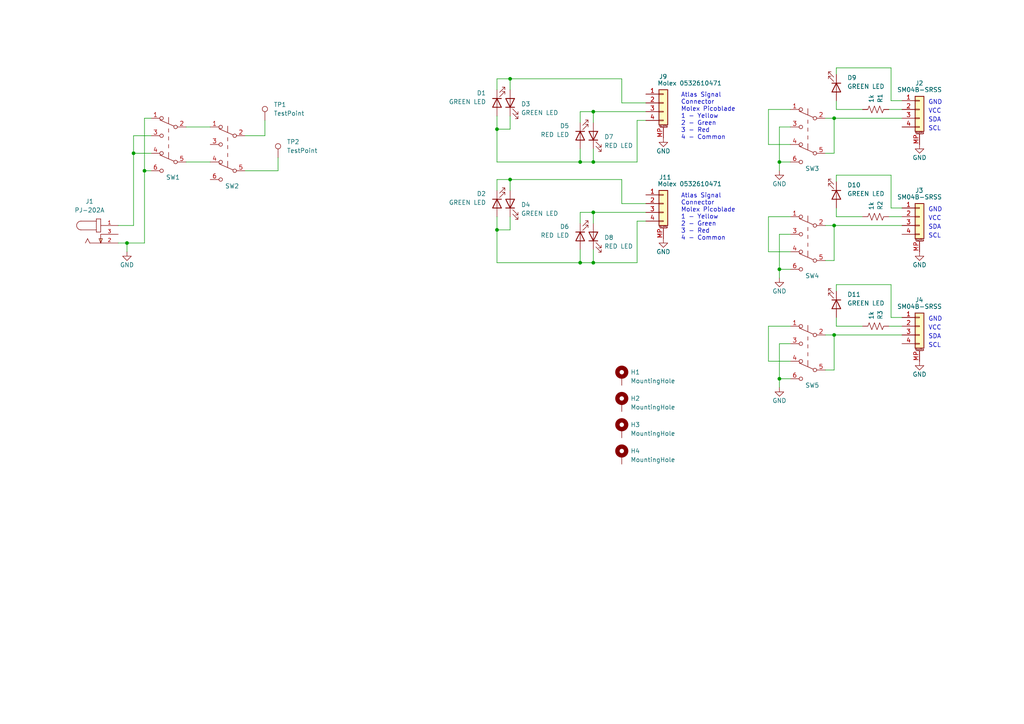
<source format=kicad_sch>
(kicad_sch (version 20211123) (generator eeschema)
  (paper "A4")
  (lib_symbols
    (symbol "Connector:TestPoint" (pin_numbers hide) (pin_names (offset 0.762) hide)
      (property "Reference" "TP" (at 0 6.858 0))
      (property "Value" "TestPoint" (at 0 5.08 0))
      (symbol "TestPoint_0_1"
        (circle (center 0 3.302) (radius 0.762))
      )
      (symbol "TestPoint_1_1"
        (pin passive line (at 0 0 90) (length 2.54) (name "1") (number "1"))
      )
    )
    (symbol "Connector_Generic_MountingPin:Conn_01x04_MountingPin" (pin_names (offset 1.016) hide)
      (property "Reference" "J" (at 0 5.08 0))
      (property "Value" "Conn_01x04_MountingPin" (at 1.27 -7.62 0))
      (symbol "Conn_01x04_MountingPin_1_1"
        (rectangle (start -1.27 -4.953) (end 0 -5.207) (stroke (width 0.1524)))
        (rectangle (start -1.27 -2.413) (end 0 -2.667) (stroke (width 0.1524)))
        (rectangle (start -1.27 0.127) (end 0 -0.127) (stroke (width 0.1524)))
        (rectangle (start -1.27 2.667) (end 0 2.413) (stroke (width 0.1524)))
        (rectangle (start -1.27 3.81) (end 1.27 -6.35) (stroke (width 0.254)) (fill (type background)))
        (polyline (pts (xy -1.016 -7.112) (xy 1.016 -7.112)) (stroke (width 0.1524)))
        (text "Mounting" (at 0 -6.731 0) (effects (font (size 0.381 0.381))))
        (pin passive line (at -5.08 2.54 0) (length 3.81) (name "Pin_1") (number "1"))
        (pin passive line (at -5.08 0 0) (length 3.81) (name "Pin_2") (number "2"))
        (pin passive line (at -5.08 -2.54 0) (length 3.81) (name "Pin_3") (number "3"))
        (pin passive line (at -5.08 -5.08 0) (length 3.81) (name "Pin_4") (number "4"))
        (pin passive line (at 0 -10.16 90) (length 3.048) (name "MountPin") (number "MP"))
      )
    )
    (symbol "Device:LED" (pin_numbers hide) (pin_names (offset 1.016) hide)
      (property "Reference" "D" (at 0 2.54 0))
      (property "Value" "LED" (at 0 -2.54 0))
      (symbol "LED_0_1"
        (polyline (pts (xy -1.27 -1.27) (xy -1.27 1.27)) (stroke (width 0.254)))
        (polyline (pts (xy -1.27 0) (xy 1.27 0)))
        (polyline (pts (xy 1.27 -1.27) (xy 1.27 1.27) (xy -1.27 0) (xy 1.27 -1.27)) (stroke (width 0.254)))
        (polyline (pts (xy -3.048 -0.762) (xy -4.572 -2.286) (xy -3.81 -2.286) (xy -4.572 -2.286) (xy -4.572 -1.524)))
        (polyline (pts (xy -1.778 -0.762) (xy -3.302 -2.286) (xy -2.54 -2.286) (xy -3.302 -2.286) (xy -3.302 -1.524)))
      )
      (symbol "LED_1_1"
        (pin passive line (at -3.81 0 0) (length 2.54) (name "K") (number "1"))
        (pin passive line (at 3.81 0 180) (length 2.54) (name "A") (number "2"))
      )
    )
    (symbol "Device:R_US" (pin_numbers hide) (pin_names (offset 0))
      (property "Reference" "R" (at 2.54 0 90))
      (property "Value" "R_US" (at -2.54 0 90))
      (symbol "R_US_0_1"
        (polyline (pts (xy 0 -2.286) (xy 0 -2.54)))
        (polyline (pts (xy 0 2.286) (xy 0 2.54)))
        (polyline (pts (xy 0 -0.762) (xy 1.016 -1.143) (xy 0 -1.524) (xy -1.016 -1.905) (xy 0 -2.286)))
        (polyline (pts (xy 0 0.762) (xy 1.016 0.381) (xy 0 0) (xy -1.016 -0.381) (xy 0 -0.762)))
        (polyline (pts (xy 0 2.286) (xy 1.016 1.905) (xy 0 1.524) (xy -1.016 1.143) (xy 0 0.762)))
      )
      (symbol "R_US_1_1"
        (pin passive line (at 0 3.81 270) (length 1.27) (name "~") (number "1"))
        (pin passive line (at 0 -3.81 90) (length 1.27) (name "~") (number "2"))
      )
    )
    (symbol "ISE_Generic:PJ-202A" (pin_names (offset 1.016) hide)
      (property "Reference" "J" (at -5.08 5.08 0))
      (property "Value" "PJ-202A" (at -5.08 -5.08 0))
      (symbol "PJ-202A_0_0"
        (arc (start -5.715 3.81) (mid -6.985 2.54) (end -5.715 1.27) (stroke (width 0.1524)))
        (polyline (pts (xy -5.715 3.81) (xy -1.27 3.81)) (stroke (width 0.1524)))
        (polyline (pts (xy -3.81 -1.27) (xy -4.445 -2.54)) (stroke (width 0.1524)))
        (polyline (pts (xy -3.175 -2.54) (xy -3.81 -1.27)) (stroke (width 0.1524)))
        (polyline (pts (xy -1.27 0.635) (xy 0 0.635)) (stroke (width 0.1524)))
        (polyline (pts (xy -1.27 1.27) (xy -5.715 1.27)) (stroke (width 0.1524)))
        (polyline (pts (xy -1.27 1.27) (xy -1.27 0.635)) (stroke (width 0.1524)))
        (polyline (pts (xy -1.27 3.81) (xy -1.27 1.27)) (stroke (width 0.1524)))
        (polyline (pts (xy -1.27 4.445) (xy -1.27 3.81)) (stroke (width 0.1524)))
        (polyline (pts (xy 0 -2.54) (xy -3.175 -2.54)) (stroke (width 0.1524)))
        (polyline (pts (xy 0 0) (xy 0 -2.54)) (stroke (width 0.1524)))
        (polyline (pts (xy 0 0.635) (xy 0 4.445)) (stroke (width 0.1524)))
        (polyline (pts (xy 0 4.445) (xy -1.27 4.445)) (stroke (width 0.1524)))
        (polyline (pts (xy 0 -2.54) (xy -0.508 -1.27) (xy 0.508 -1.27) (xy 0 -2.54)) (stroke (width 0.1524)) (fill (type background)))
        (pin passive line (at 5.08 2.54 180) (length 5.08) (name "~") (number "1"))
        (pin passive line (at 5.08 -2.54 180) (length 5.08) (name "~") (number "2"))
        (pin passive line (at 5.08 0 180) (length 5.08) (name "~") (number "3"))
      )
    )
    (symbol "Mechanical:MountingHole_Pad" (pin_numbers hide) (pin_names (offset 1.016) hide)
      (property "Reference" "H" (at 0 6.35 0))
      (property "Value" "MountingHole_Pad" (at 0 4.445 0))
      (symbol "MountingHole_Pad_0_1"
        (circle (center 0 1.27) (radius 1.27) (stroke (width 1.27)))
      )
      (symbol "MountingHole_Pad_1_1"
        (pin input line (at 0 -2.54 90) (length 2.54) (name "1") (number "1"))
      )
    )
    (symbol "Switch:SW_Push_DPDT" (pin_names (offset 0) hide)
      (property "Reference" "SW" (at 0 8.89 0))
      (property "Value" "SW_Push_DPDT" (at 0 -10.16 0))
      (symbol "SW_Push_DPDT_0_0"
        (circle (center -2.032 -5.08) (radius 0.508))
        (circle (center -2.032 5.08) (radius 0.508))
        (circle (center 2.032 -7.62) (radius 0.508))
        (circle (center 2.032 2.54) (radius 0.508))
      )
      (symbol "SW_Push_DPDT_0_1"
        (polyline (pts (xy -1.524 -4.826) (xy 2.54 -3.048)))
        (polyline (pts (xy -1.524 5.334) (xy 2.54 7.112)))
        (polyline (pts (xy 0 -2.286) (xy 0 -4.064)))
        (polyline (pts (xy 0 -1.016) (xy 0 0)))
        (polyline (pts (xy 0 1.27) (xy 0 2.286)))
        (polyline (pts (xy 0 3.556) (xy 0 4.572)))
        (polyline (pts (xy 0 7.874) (xy 0 6.096)))
        (circle (center 2.032 -2.54) (radius 0.508))
        (circle (center 2.032 7.62) (radius 0.508))
      )
      (symbol "SW_Push_DPDT_1_1"
        (pin passive line (at 5.08 7.62 180) (length 2.54) (name "A") (number "1"))
        (pin passive line (at -5.08 5.08 0) (length 2.54) (name "B") (number "2"))
        (pin passive line (at 5.08 2.54 180) (length 2.54) (name "C") (number "3"))
        (pin passive line (at 5.08 -2.54 180) (length 2.54) (name "A") (number "4"))
        (pin passive line (at -5.08 -5.08 0) (length 2.54) (name "B") (number "5"))
        (pin passive line (at 5.08 -7.62 180) (length 2.54) (name "C") (number "6"))
      )
    )
    (symbol "power:GND" (power) (pin_names (offset 0))
      (property "Value" "GND" (at 0 -3.81 0))
      (symbol "GND_0_1"
        (polyline (pts (xy 0 0) (xy 0 -1.27) (xy 1.27 -1.27) (xy 0 -2.54) (xy -1.27 -1.27) (xy 0 -1.27)))
      )
      (symbol "GND_1_1"
        (pin power_in line (at 0 0 270) (length 0) hide (name "GND") (number "1"))
      )
    )
  )
  (junction (at 41.91 49.53))
  (junction (at 144.145 66.675))
  (junction (at 168.275 76.2))
  (junction (at 38.735 44.45))
  (junction (at 241.935 97.155))
  (junction (at 226.06 46.99))
  (junction (at 226.06 109.855))
  (junction (at 241.935 34.29))
  (junction (at 172.085 46.99))
  (junction (at 172.085 76.2))
  (junction (at 172.085 61.595))
  (junction (at 168.275 46.99))
  (junction (at 144.145 37.465))
  (junction (at 172.085 32.385))
  (junction (at 241.935 65.405))
  (junction (at 36.83 70.485))
  (junction (at 147.955 22.86))
  (junction (at 226.06 78.105))
  (junction (at 147.955 52.07))
  (wire (pts (xy 239.395 34.29) (xy 241.935 34.29)))
  (wire (pts (xy 239.395 97.155) (xy 241.935 97.155)))
  (wire (pts (xy 257.81 62.865) (xy 261.62 62.865)))
  (wire (pts (xy 241.935 75.565) (xy 241.935 65.405)))
  (wire (pts (xy 257.81 94.615) (xy 261.62 94.615)))
  (wire (pts (xy 76.835 34.925) (xy 76.835 39.37)))
  (wire (pts (xy 60.96 46.99) (xy 53.975 46.99)))
  (wire (pts (xy 261.62 29.21) (xy 258.445 29.21)))
  (wire (pts (xy 144.145 62.865) (xy 144.145 66.675)))
  (wire (pts (xy 242.57 50.8) (xy 242.57 52.705)))
  (wire (pts (xy 229.235 99.695) (xy 226.06 99.695)))
  (wire (pts (xy 226.06 99.695) (xy 226.06 109.855)))
  (wire (pts (xy 147.955 33.655) (xy 147.955 37.465)))
  (wire (pts (xy 41.91 49.53) (xy 43.815 49.53)))
  (wire (pts (xy 144.145 26.035) (xy 144.145 22.86)))
  (wire (pts (xy 184.785 46.99) (xy 172.085 46.99)))
  (wire (pts (xy 241.935 44.45) (xy 241.935 34.29)))
  (wire (pts (xy 229.235 41.91) (xy 222.885 41.91)))
  (wire (pts (xy 172.085 35.56) (xy 172.085 32.385)))
  (wire (pts (xy 180.34 29.845) (xy 187.325 29.845)))
  (wire (pts (xy 38.735 44.45) (xy 38.735 65.405)))
  (wire (pts (xy 172.085 64.77) (xy 172.085 61.595)))
  (wire (pts (xy 242.57 92.075) (xy 242.57 94.615)))
  (wire (pts (xy 242.57 82.55) (xy 242.57 84.455)))
  (wire (pts (xy 226.06 109.855) (xy 226.06 112.395)))
  (wire (pts (xy 226.06 67.945) (xy 226.06 78.105)))
  (wire (pts (xy 147.955 52.07) (xy 180.34 52.07)))
  (wire (pts (xy 229.235 36.83) (xy 226.06 36.83)))
  (wire (pts (xy 226.06 46.99) (xy 226.06 49.53)))
  (wire (pts (xy 144.145 66.675) (xy 144.145 76.2)))
  (wire (pts (xy 241.935 34.29) (xy 261.62 34.29)))
  (wire (pts (xy 168.275 64.77) (xy 168.275 61.595)))
  (wire (pts (xy 180.34 59.055) (xy 187.325 59.055)))
  (wire (pts (xy 242.57 31.75) (xy 250.19 31.75)))
  (wire (pts (xy 229.235 109.855) (xy 226.06 109.855)))
  (wire (pts (xy 239.395 44.45) (xy 241.935 44.45)))
  (wire (pts (xy 172.085 76.2) (xy 168.275 76.2)))
  (wire (pts (xy 258.445 19.685) (xy 242.57 19.685)))
  (wire (pts (xy 258.445 50.8) (xy 242.57 50.8)))
  (wire (pts (xy 172.085 46.99) (xy 168.275 46.99)))
  (wire (pts (xy 38.735 65.405) (xy 34.29 65.405)))
  (wire (pts (xy 222.885 41.91) (xy 222.885 31.75)))
  (wire (pts (xy 184.785 34.925) (xy 184.785 46.99)))
  (wire (pts (xy 187.325 34.925) (xy 184.785 34.925)))
  (wire (pts (xy 229.235 46.99) (xy 226.06 46.99)))
  (wire (pts (xy 147.955 62.865) (xy 147.955 66.675)))
  (wire (pts (xy 222.885 104.775) (xy 229.235 104.775)))
  (wire (pts (xy 172.085 43.18) (xy 172.085 46.99)))
  (wire (pts (xy 241.935 97.155) (xy 261.62 97.155)))
  (wire (pts (xy 168.275 32.385) (xy 172.085 32.385)))
  (wire (pts (xy 147.955 37.465) (xy 144.145 37.465)))
  (wire (pts (xy 239.395 107.315) (xy 241.935 107.315)))
  (wire (pts (xy 168.275 46.99) (xy 144.145 46.99)))
  (wire (pts (xy 60.96 36.83) (xy 53.975 36.83)))
  (wire (pts (xy 41.91 70.485) (xy 41.91 49.53)))
  (wire (pts (xy 242.57 60.325) (xy 242.57 62.865)))
  (wire (pts (xy 71.12 49.53) (xy 80.645 49.53)))
  (wire (pts (xy 187.325 64.135) (xy 184.785 64.135)))
  (wire (pts (xy 172.085 61.595) (xy 187.325 61.595)))
  (wire (pts (xy 168.275 76.2) (xy 144.145 76.2)))
  (wire (pts (xy 38.735 44.45) (xy 43.815 44.45)))
  (wire (pts (xy 41.91 49.53) (xy 41.91 34.29)))
  (wire (pts (xy 184.785 64.135) (xy 184.785 76.2)))
  (wire (pts (xy 180.34 52.07) (xy 180.34 59.055)))
  (wire (pts (xy 258.445 60.325) (xy 258.445 50.8)))
  (wire (pts (xy 172.085 32.385) (xy 187.325 32.385)))
  (wire (pts (xy 258.445 82.55) (xy 242.57 82.55)))
  (wire (pts (xy 168.275 43.18) (xy 168.275 46.99)))
  (wire (pts (xy 229.235 94.615) (xy 222.885 94.615)))
  (wire (pts (xy 222.885 73.025) (xy 222.885 62.865)))
  (wire (pts (xy 241.935 65.405) (xy 261.62 65.405)))
  (wire (pts (xy 257.81 31.75) (xy 261.62 31.75)))
  (wire (pts (xy 226.06 36.83) (xy 226.06 46.99)))
  (wire (pts (xy 144.145 33.655) (xy 144.145 37.465)))
  (wire (pts (xy 222.885 94.615) (xy 222.885 104.775)))
  (wire (pts (xy 261.62 60.325) (xy 258.445 60.325)))
  (wire (pts (xy 172.085 72.39) (xy 172.085 76.2)))
  (wire (pts (xy 36.83 70.485) (xy 41.91 70.485)))
  (wire (pts (xy 43.815 39.37) (xy 38.735 39.37)))
  (wire (pts (xy 76.835 39.37) (xy 71.12 39.37)))
  (wire (pts (xy 242.57 29.21) (xy 242.57 31.75)))
  (wire (pts (xy 241.935 107.315) (xy 241.935 97.155)))
  (wire (pts (xy 222.885 31.75) (xy 229.235 31.75)))
  (wire (pts (xy 147.955 66.675) (xy 144.145 66.675)))
  (wire (pts (xy 229.235 73.025) (xy 222.885 73.025)))
  (wire (pts (xy 147.955 22.86) (xy 180.34 22.86)))
  (wire (pts (xy 184.785 76.2) (xy 172.085 76.2)))
  (wire (pts (xy 41.91 34.29) (xy 43.815 34.29)))
  (wire (pts (xy 229.235 78.105) (xy 226.06 78.105)))
  (wire (pts (xy 242.57 94.615) (xy 250.19 94.615)))
  (wire (pts (xy 222.885 62.865) (xy 229.235 62.865)))
  (wire (pts (xy 147.955 22.86) (xy 147.955 26.035)))
  (wire (pts (xy 242.57 19.685) (xy 242.57 21.59)))
  (wire (pts (xy 36.83 73.025) (xy 36.83 70.485)))
  (wire (pts (xy 168.275 72.39) (xy 168.275 76.2)))
  (wire (pts (xy 144.145 52.07) (xy 147.955 52.07)))
  (wire (pts (xy 144.145 37.465) (xy 144.145 46.99)))
  (wire (pts (xy 180.34 22.86) (xy 180.34 29.845)))
  (wire (pts (xy 258.445 92.075) (xy 258.445 82.55)))
  (wire (pts (xy 168.275 35.56) (xy 168.275 32.385)))
  (wire (pts (xy 261.62 92.075) (xy 258.445 92.075)))
  (wire (pts (xy 258.445 29.21) (xy 258.445 19.685)))
  (wire (pts (xy 144.145 55.245) (xy 144.145 52.07)))
  (wire (pts (xy 80.645 45.72) (xy 80.645 49.53)))
  (wire (pts (xy 226.06 78.105) (xy 226.06 80.645)))
  (wire (pts (xy 242.57 62.865) (xy 250.19 62.865)))
  (wire (pts (xy 239.395 75.565) (xy 241.935 75.565)))
  (wire (pts (xy 147.955 52.07) (xy 147.955 55.245)))
  (wire (pts (xy 144.145 22.86) (xy 147.955 22.86)))
  (wire (pts (xy 239.395 65.405) (xy 241.935 65.405)))
  (wire (pts (xy 38.735 39.37) (xy 38.735 44.45)))
  (wire (pts (xy 229.235 67.945) (xy 226.06 67.945)))
  (wire (pts (xy 168.275 61.595) (xy 172.085 61.595)))
  (wire (pts (xy 36.83 70.485) (xy 34.29 70.485)))
  (text "SDA" (at 269.24 98.425 0) (effects (font (size 1.27 1.27)) (justify left bottom)))
  (text "GND" (at 269.24 61.595 0) (effects (font (size 1.27 1.27)) (justify left bottom)))
  (text "VCC" (at 269.24 95.885 0) (effects (font (size 1.27 1.27)) (justify left bottom)))
  (text "GND" (at 269.24 93.345 0) (effects (font (size 1.27 1.27)) (justify left bottom)))
  (text "SCL" (at 269.24 38.1 0) (effects (font (size 1.27 1.27)) (justify left bottom)))
  (text "SCL" (at 269.24 69.215 0) (effects (font (size 1.27 1.27)) (justify left bottom)))
  (text "SCL" (at 269.24 100.965 0) (effects (font (size 1.27 1.27)) (justify left bottom)))
  (text "Atlas Signal\nConnector\nMolex Picoblade\n1 - Yellow\n2 - Green\n3 - Red\n4 - Common" (at 197.485 40.64 0) (effects (font (size 1.27 1.27)) (justify left bottom)))
  (text "VCC" (at 269.24 33.02 0) (effects (font (size 1.27 1.27)) (justify left bottom)))
  (text "VCC" (at 269.24 64.135 0) (effects (font (size 1.27 1.27)) (justify left bottom)))
  (text "Atlas Signal\nConnector\nMolex Picoblade\n1 - Yellow\n2 - Green\n3 - Red\n4 - Common" (at 197.485 69.85 0) (effects (font (size 1.27 1.27)) (justify left bottom)))
  (text "SDA" (at 269.24 66.675 0) (effects (font (size 1.27 1.27)) (justify left bottom)))
  (text "SDA" (at 269.24 35.56 0) (effects (font (size 1.27 1.27)) (justify left bottom)))
  (text "GND" (at 269.24 30.48 0) (effects (font (size 1.27 1.27)) (justify left bottom)))
  (symbol (lib_id "Connector:TestPoint") (at 80.645 45.72 0) (unit 1)
    (property "Reference" "TP2" (at 83.185 41.1479 0) (effects (justify left)))
    (property "Value" "TestPoint" (at 83.185 43.6879 0) (effects (justify left)))
    (property "Footprint" "Connector_PinHeader_2.54mm:PinHeader_1x01_P2.54mm_Vertical" (effects hide))
  )
  (symbol (lib_id "Device:LED") (at 168.275 39.37 90) (mirror x) (unit 1)
    (property "Reference" "D5" (at 165.1 36.5124 90) (effects (justify left)))
    (property "Value" "RED LED" (at 165.1 39.0524 90) (effects (justify left)))
    (property "Footprint" "LED_SMD:LED_0805_2012Metric" (effects hide))
  )
  (symbol (lib_id "Device:LED") (at 242.57 56.515 270) (unit 1)
    (property "Reference" "D10" (at 245.745 53.6574 90) (effects (justify left)))
    (property "Value" "GREEN LED" (at 245.745 56.1974 90) (effects (justify left)))
    (property "Footprint" "LED_SMD:LED_0805_2012Metric" (effects hide))
  )
  (symbol (lib_id "Device:LED") (at 168.275 68.58 90) (mirror x) (unit 1)
    (property "Reference" "D6" (at 165.1 65.7224 90) (effects (justify left)))
    (property "Value" "RED LED" (at 165.1 68.2624 90) (effects (justify left)))
    (property "Footprint" "LED_SMD:LED_0805_2012Metric" (effects hide))
  )
  (symbol (lib_id "power:GND") (at 226.06 112.395 0) (unit 1)
    (property "Reference" "#PWR06" (effects hide))
    (property "Value" "GND" (at 226.06 116.205 0))
  )
  (symbol (lib_id "Switch:SW_Push_DPDT") (at 234.315 70.485 0) (mirror y) (unit 1)
    (property "Reference" "SW4" (at 235.585 80.01 0))
    (property "Value" "JS202011SCQN" (effects hide))
    (property "Footprint" "ISE_UltraLibrarian:SW_JS202011SCQN" (effects hide))
  )
  (symbol (lib_id "Mechanical:MountingHole_Pad") (at 180.34 124.46 0) (unit 1)
    (property "Reference" "H3" (at 182.88 123.1899 0) (effects (justify left)))
    (property "Value" "MountingHole" (at 182.88 125.7299 0) (effects (justify left)))
    (property "Footprint" "MountingHole:MountingHole_3.2mm_M3_Pad" (effects hide))
  )
  (symbol (lib_id "Connector_Generic_MountingPin:Conn_01x04_MountingPin") (at 266.7 62.865 0) (unit 1)
    (property "Reference" "J3" (at 265.43 55.245 0) (effects (justify left)))
    (property "Value" "SM04B-SRSS" (at 266.7 57.15 0))
    (property "Footprint" "Connector_JST:JST_SH_SM04B-SRSS-TB_1x04-1MP_P1.00mm_Horizontal" (effects hide))
  )
  (symbol (lib_id "Switch:SW_Push_DPDT") (at 48.895 41.91 0) (mirror y) (unit 1)
    (property "Reference" "SW1" (at 50.165 51.435 0))
    (property "Value" "JS202011SCQN" (effects hide))
    (property "Footprint" "ISE_UltraLibrarian:SW_JS202011SCQN" (effects hide))
  )
  (symbol (lib_id "Connector:TestPoint") (at 76.835 34.925 0) (unit 1)
    (property "Reference" "TP1" (at 79.375 30.3529 0) (effects (justify left)))
    (property "Value" "TestPoint" (at 79.375 32.8929 0) (effects (justify left)))
    (property "Footprint" "Connector_PinHeader_2.54mm:PinHeader_1x01_P2.54mm_Vertical" (effects hide))
  )
  (symbol (lib_id "power:GND") (at 266.7 73.025 0) (unit 1)
    (property "Reference" "#PWR?" (effects hide))
    (property "Value" "GND" (at 266.7 76.835 0))
  )
  (symbol (lib_id "ISE_Generic:PJ-202A") (at 29.21 67.945 0) (unit 1)
    (property "Reference" "J1" (at 25.9715 58.42 0))
    (property "Value" "PJ-202A" (at 25.9715 60.96 0))
    (property "Footprint" "ISE_Generic:CUI_PJ-202A" (effects hide))
    (property "MF" "CUI Devices" (effects hide))
    (property "DESCRIPTION" "2.0 x 6.5 mm, 2.5 A, Horizontal, Through Hole, Kinked Pins, Dc Power Jack Connector" (effects hide))
    (property "PACKAGE" "None" (effects hide))
    (property "PRICE" "None" (effects hide))
    (property "CUI_PURCHASE_URL" "https://www.cuidevices.com/product/interconnect/connectors/dc-power-connectors/jacks/pj-202a?utm_source=snapeda.com&utm_medium=referral&utm_campaign=snapedaBOM" (effects hide))
    (property "MP" "PJ-202A" (effects hide))
    (property "AVAILABILITY" "In Stock" (effects hide))
    (property "PURCHASE-URL" "https://pricing.snapeda.com/search/part/PJ-202A/?ref=eda" (effects hide))
  )
  (symbol (lib_id "power:GND") (at 226.06 49.53 0) (unit 1)
    (property "Reference" "#PWR04" (effects hide))
    (property "Value" "GND" (at 226.06 53.34 0))
  )
  (symbol (lib_id "Switch:SW_Push_DPDT") (at 234.315 39.37 0) (mirror y) (unit 1)
    (property "Reference" "SW3" (at 235.585 48.895 0))
    (property "Value" "JS202011SCQN" (effects hide))
    (property "Footprint" "ISE_UltraLibrarian:SW_JS202011SCQN" (effects hide))
  )
  (symbol (lib_id "Device:LED") (at 144.145 59.055 90) (mirror x) (unit 1)
    (property "Reference" "D2" (at 140.97 56.1974 90) (effects (justify left)))
    (property "Value" "GREEN LED" (at 140.97 58.7374 90) (effects (justify left)))
    (property "Footprint" "LED_SMD:LED_0805_2012Metric" (effects hide))
  )
  (symbol (lib_id "power:GND") (at 266.7 41.91 0) (unit 1)
    (property "Reference" "#PWR?" (effects hide))
    (property "Value" "GND" (at 266.7 45.72 0))
  )
  (symbol (lib_id "power:GND") (at 36.83 73.025 0) (unit 1)
    (property "Reference" "#PWR01" (effects hide))
    (property "Value" "GND" (at 36.83 76.835 0))
  )
  (symbol (lib_id "Device:LED") (at 172.085 68.58 90) (unit 1)
    (property "Reference" "D8" (at 175.26 68.8974 90) (effects (justify right)))
    (property "Value" "RED LED" (at 175.26 71.4374 90) (effects (justify right)))
    (property "Footprint" "LED_SMD:LED_0805_2012Metric" (effects hide))
  )
  (symbol (lib_id "Device:LED") (at 147.955 29.845 90) (unit 1)
    (property "Reference" "D3" (at 151.13 30.1624 90) (effects (justify right)))
    (property "Value" "GREEN LED" (at 151.13 32.7024 90) (effects (justify right)))
    (property "Footprint" "LED_SMD:LED_0805_2012Metric" (effects hide))
  )
  (symbol (lib_id "power:GND") (at 226.06 80.645 0) (unit 1)
    (property "Reference" "#PWR05" (effects hide))
    (property "Value" "GND" (at 226.06 84.455 0))
  )
  (symbol (lib_id "Device:LED") (at 147.955 59.055 90) (unit 1)
    (property "Reference" "D4" (at 151.13 59.3724 90) (effects (justify right)))
    (property "Value" "GREEN LED" (at 151.13 61.9124 90) (effects (justify right)))
    (property "Footprint" "LED_SMD:LED_0805_2012Metric" (effects hide))
  )
  (symbol (lib_id "Device:R_US") (at 254 31.75 90) (unit 1)
    (property "Reference" "R1" (at 255.27 29.845 0) (effects (justify left)))
    (property "Value" "1k" (at 252.73 29.845 0) (effects (justify left)))
    (property "Footprint" "Resistor_SMD:R_0805_2012Metric" (effects hide))
  )
  (symbol (lib_id "Device:R_US") (at 254 62.865 90) (unit 1)
    (property "Reference" "R2" (at 255.27 60.96 0) (effects (justify left)))
    (property "Value" "1k" (at 252.73 60.96 0) (effects (justify left)))
    (property "Footprint" "Resistor_SMD:R_0805_2012Metric" (effects hide))
  )
  (symbol (lib_id "Device:LED") (at 242.57 88.265 270) (unit 1)
    (property "Reference" "D11" (at 245.745 85.4074 90) (effects (justify left)))
    (property "Value" "GREEN LED" (at 245.745 87.9474 90) (effects (justify left)))
    (property "Footprint" "LED_SMD:LED_0805_2012Metric" (effects hide))
  )
  (symbol (lib_id "power:GND") (at 192.405 40.005 0) (unit 1)
    (property "Reference" "#PWR02" (effects hide))
    (property "Value" "GND" (at 192.405 43.815 0))
  )
  (symbol (lib_id "Connector_Generic_MountingPin:Conn_01x04_MountingPin") (at 266.7 94.615 0) (unit 1)
    (property "Reference" "J4" (at 265.43 86.995 0) (effects (justify left)))
    (property "Value" "SM04B-SRSS" (at 266.7 88.9 0))
    (property "Footprint" "Connector_JST:JST_SH_SM04B-SRSS-TB_1x04-1MP_P1.00mm_Horizontal" (effects hide))
  )
  (symbol (lib_id "Switch:SW_Push_DPDT") (at 66.04 44.45 0) (mirror y) (unit 1)
    (property "Reference" "SW2" (at 67.31 53.975 0))
    (property "Value" "JS202011SCQN" (effects hide))
    (property "Footprint" "ISE_UltraLibrarian:SW_JS202011SCQN" (effects hide))
  )
  (symbol (lib_id "power:GND") (at 266.7 104.775 0) (unit 1)
    (property "Reference" "#PWR?" (effects hide))
    (property "Value" "GND" (at 266.7 108.585 0))
  )
  (symbol (lib_id "Device:LED") (at 242.57 25.4 270) (unit 1)
    (property "Reference" "D9" (at 245.745 22.5424 90) (effects (justify left)))
    (property "Value" "GREEN LED" (at 245.745 25.0824 90) (effects (justify left)))
    (property "Footprint" "LED_SMD:LED_0805_2012Metric" (effects hide))
  )
  (symbol (lib_id "Connector_Generic_MountingPin:Conn_01x04_MountingPin") (at 192.405 29.845 0) (unit 1)
    (property "Reference" "J9" (at 191.135 22.225 0) (effects (justify left)))
    (property "Value" "Molex 0532610471" (at 200.025 24.13 0))
    (property "Footprint" "Connector_Molex:Molex_PicoBlade_53261-0471_1x04-1MP_P1.25mm_Horizontal" (effects hide))
  )
  (symbol (lib_id "Connector_Generic_MountingPin:Conn_01x04_MountingPin") (at 192.405 59.055 0) (unit 1)
    (property "Reference" "J11" (at 191.135 51.435 0) (effects (justify left)))
    (property "Value" "Molex 0532610471" (at 200.025 53.34 0))
    (property "Footprint" "Connector_Molex:Molex_PicoBlade_53261-0471_1x04-1MP_P1.25mm_Horizontal" (effects hide))
  )
  (symbol (lib_id "Mechanical:MountingHole_Pad") (at 180.34 132.08 0) (unit 1)
    (property "Reference" "H4" (at 182.88 130.8099 0) (effects (justify left)))
    (property "Value" "MountingHole" (at 182.88 133.3499 0) (effects (justify left)))
    (property "Footprint" "MountingHole:MountingHole_3.2mm_M3_Pad" (effects hide))
  )
  (symbol (lib_id "Mechanical:MountingHole_Pad") (at 180.34 109.22 0) (unit 1)
    (property "Reference" "H1" (at 182.88 107.9499 0) (effects (justify left)))
    (property "Value" "MountingHole" (at 182.88 110.4899 0) (effects (justify left)))
    (property "Footprint" "MountingHole:MountingHole_3.2mm_M3_Pad" (effects hide))
  )
  (symbol (lib_id "Switch:SW_Push_DPDT") (at 234.315 102.235 0) (mirror y) (unit 1)
    (property "Reference" "SW5" (at 235.585 111.76 0))
    (property "Value" "JS202011SCQN" (effects hide))
    (property "Footprint" "ISE_UltraLibrarian:SW_JS202011SCQN" (effects hide))
  )
  (symbol (lib_id "Connector_Generic_MountingPin:Conn_01x04_MountingPin") (at 266.7 31.75 0) (unit 1)
    (property "Reference" "J2" (at 265.43 24.13 0) (effects (justify left)))
    (property "Value" "SM04B-SRSS" (at 266.7 26.035 0))
    (property "Footprint" "Connector_JST:JST_SH_SM04B-SRSS-TB_1x04-1MP_P1.00mm_Horizontal" (effects hide))
  )
  (symbol (lib_id "Mechanical:MountingHole_Pad") (at 180.34 116.84 0) (unit 1)
    (property "Reference" "H2" (at 182.88 115.5699 0) (effects (justify left)))
    (property "Value" "MountingHole" (at 182.88 118.1099 0) (effects (justify left)))
    (property "Footprint" "MountingHole:MountingHole_3.2mm_M3_Pad" (effects hide))
  )
  (symbol (lib_id "Device:LED") (at 144.145 29.845 90) (mirror x) (unit 1)
    (property "Reference" "D1" (at 140.97 26.9874 90) (effects (justify left)))
    (property "Value" "GREEN LED" (at 140.97 29.5274 90) (effects (justify left)))
    (property "Footprint" "LED_SMD:LED_0805_2012Metric" (effects hide))
  )
  (symbol (lib_id "Device:R_US") (at 254 94.615 90) (unit 1)
    (property "Reference" "R3" (at 255.27 92.71 0) (effects (justify left)))
    (property "Value" "1k" (at 252.73 92.71 0) (effects (justify left)))
    (property "Footprint" "Resistor_SMD:R_0805_2012Metric" (effects hide))
  )
  (symbol (lib_id "power:GND") (at 192.405 69.215 0) (unit 1)
    (property "Reference" "#PWR03" (effects hide))
    (property "Value" "GND" (at 192.405 73.025 0))
  )
  (symbol (lib_id "Device:LED") (at 172.085 39.37 90) (unit 1)
    (property "Reference" "D7" (at 175.26 39.6874 90) (effects (justify right)))
    (property "Value" "RED LED" (at 175.26 42.2274 90) (effects (justify right)))
    (property "Footprint" "LED_SMD:LED_0805_2012Metric" (effects hide))
  )
)
</source>
